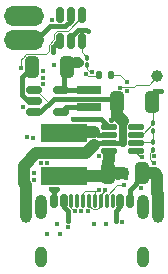
<source format=gbr>
%TF.GenerationSoftware,KiCad,Pcbnew,9.0.1*%
%TF.CreationDate,2025-07-17T15:45:22-04:00*%
%TF.ProjectId,flowstick_main_pcb,666c6f77-7374-4696-936b-5f6d61696e5f,rev?*%
%TF.SameCoordinates,Original*%
%TF.FileFunction,Copper,L4,Bot*%
%TF.FilePolarity,Positive*%
%FSLAX46Y46*%
G04 Gerber Fmt 4.6, Leading zero omitted, Abs format (unit mm)*
G04 Created by KiCad (PCBNEW 9.0.1) date 2025-07-17 15:45:22*
%MOMM*%
%LPD*%
G01*
G04 APERTURE LIST*
G04 Aperture macros list*
%AMRoundRect*
0 Rectangle with rounded corners*
0 $1 Rounding radius*
0 $2 $3 $4 $5 $6 $7 $8 $9 X,Y pos of 4 corners*
0 Add a 4 corners polygon primitive as box body*
4,1,4,$2,$3,$4,$5,$6,$7,$8,$9,$2,$3,0*
0 Add four circle primitives for the rounded corners*
1,1,$1+$1,$2,$3*
1,1,$1+$1,$4,$5*
1,1,$1+$1,$6,$7*
1,1,$1+$1,$8,$9*
0 Add four rect primitives between the rounded corners*
20,1,$1+$1,$2,$3,$4,$5,0*
20,1,$1+$1,$4,$5,$6,$7,0*
20,1,$1+$1,$6,$7,$8,$9,0*
20,1,$1+$1,$8,$9,$2,$3,0*%
G04 Aperture macros list end*
%TA.AperFunction,SMDPad,CuDef*%
%ADD10RoundRect,0.140000X-0.140000X-0.170000X0.140000X-0.170000X0.140000X0.170000X-0.140000X0.170000X0*%
%TD*%
%TA.AperFunction,ComponentPad*%
%ADD11O,3.400000X1.700000*%
%TD*%
%TA.AperFunction,ComponentPad*%
%ADD12C,1.700000*%
%TD*%
%TA.AperFunction,SMDPad,CuDef*%
%ADD13RoundRect,0.150000X-0.512500X-0.150000X0.512500X-0.150000X0.512500X0.150000X-0.512500X0.150000X0*%
%TD*%
%TA.AperFunction,SMDPad,CuDef*%
%ADD14R,4.000000X1.500000*%
%TD*%
%TA.AperFunction,SMDPad,CuDef*%
%ADD15RoundRect,0.100000X0.100000X-0.130000X0.100000X0.130000X-0.100000X0.130000X-0.100000X-0.130000X0*%
%TD*%
%TA.AperFunction,SMDPad,CuDef*%
%ADD16RoundRect,0.100000X-0.100000X0.130000X-0.100000X-0.130000X0.100000X-0.130000X0.100000X0.130000X0*%
%TD*%
%TA.AperFunction,SMDPad,CuDef*%
%ADD17RoundRect,0.125000X-0.537500X-0.125000X0.537500X-0.125000X0.537500X0.125000X-0.537500X0.125000X0*%
%TD*%
%TA.AperFunction,SMDPad,CuDef*%
%ADD18O,1.000000X2.000000*%
%TD*%
%TA.AperFunction,SMDPad,CuDef*%
%ADD19RoundRect,0.150000X-0.150000X0.512500X-0.150000X-0.512500X0.150000X-0.512500X0.150000X0.512500X0*%
%TD*%
%TA.AperFunction,SMDPad,CuDef*%
%ADD20R,2.000000X0.700000*%
%TD*%
%TA.AperFunction,SMDPad,CuDef*%
%ADD21C,1.000000*%
%TD*%
%TA.AperFunction,SMDPad,CuDef*%
%ADD22RoundRect,0.250000X0.325000X0.650000X-0.325000X0.650000X-0.325000X-0.650000X0.325000X-0.650000X0*%
%TD*%
%TA.AperFunction,SMDPad,CuDef*%
%ADD23RoundRect,0.250000X-0.325000X-0.650000X0.325000X-0.650000X0.325000X0.650000X-0.325000X0.650000X0*%
%TD*%
%TA.AperFunction,SMDPad,CuDef*%
%ADD24RoundRect,0.150000X0.150000X0.425000X-0.150000X0.425000X-0.150000X-0.425000X0.150000X-0.425000X0*%
%TD*%
%TA.AperFunction,SMDPad,CuDef*%
%ADD25RoundRect,0.075000X0.075000X0.500000X-0.075000X0.500000X-0.075000X-0.500000X0.075000X-0.500000X0*%
%TD*%
%TA.AperFunction,HeatsinkPad*%
%ADD26O,1.000000X1.800000*%
%TD*%
%TA.AperFunction,HeatsinkPad*%
%ADD27O,1.000000X2.100000*%
%TD*%
%TA.AperFunction,ViaPad*%
%ADD28C,0.420000*%
%TD*%
%TA.AperFunction,Conductor*%
%ADD29C,0.110000*%
%TD*%
%TA.AperFunction,Conductor*%
%ADD30C,0.400000*%
%TD*%
%TA.AperFunction,Conductor*%
%ADD31C,1.000000*%
%TD*%
%TA.AperFunction,Conductor*%
%ADD32C,0.700000*%
%TD*%
G04 APERTURE END LIST*
D10*
%TO.P,C1,2*%
%TO.N,GND*%
X151580000Y-83000000D03*
%TO.P,C1,1*%
%TO.N,+3.3V*%
X150620000Y-83000000D03*
%TD*%
D11*
%TO.P,BT1,1,+*%
%TO.N,+BATT*%
X144250000Y-80000000D03*
D12*
X143500000Y-80000000D03*
D11*
%TO.P,BT1,2,-*%
%TO.N,GND*%
X144250000Y-78000000D03*
D12*
X143500000Y-78000000D03*
%TD*%
D13*
%TO.P,U3,1,Vin*%
%TO.N,+5V*%
X145062500Y-86150000D03*
%TO.P,U3,2,GND*%
%TO.N,GND*%
X145062500Y-85200000D03*
%TO.P,U3,3,EN*%
%TO.N,+5V*%
X145062500Y-84250000D03*
%TO.P,U3,4,FB*%
%TO.N,+3.3V*%
X147337500Y-84250000D03*
%TO.P,U3,5,SW*%
%TO.N,Net-(U3-SW)*%
X147337500Y-86150000D03*
%TD*%
D14*
%TO.P,L3,1,1*%
%TO.N,+BATT*%
X147600000Y-91500000D03*
%TO.P,L3,2,2*%
%TO.N,Net-(U2-SW)*%
X147600000Y-87900000D03*
%TD*%
D15*
%TO.P,R6,1*%
%TO.N,Net-(U2-FB)*%
X155200000Y-87720000D03*
%TO.P,R6,2*%
%TO.N,GND*%
X155200000Y-87080000D03*
%TD*%
D16*
%TO.P,R12,1*%
%TO.N,Net-(U4-ISET)*%
X149600000Y-81500000D03*
%TO.P,R12,2*%
%TO.N,GND*%
X149600000Y-82140000D03*
%TD*%
D17*
%TO.P,U2,1,IN*%
%TO.N,+BATT*%
X151462500Y-89375000D03*
%TO.P,U2,2,OUT*%
%TO.N,+5V*%
X151462500Y-88725000D03*
%TO.P,U2,3,SW*%
%TO.N,Net-(U2-SW)*%
X151462500Y-88075000D03*
%TO.P,U2,4,PGND*%
%TO.N,GND*%
X151462500Y-87425000D03*
%TO.P,U2,5*%
%TO.N,N/C*%
X153737500Y-87425000D03*
%TO.P,U2,6,AGND*%
%TO.N,GND*%
X153737500Y-88075000D03*
%TO.P,U2,7,FB*%
%TO.N,Net-(U2-FB)*%
X153737500Y-88725000D03*
%TO.P,U2,8,EN*%
%TO.N,Net-(D1A-K)*%
X153737500Y-89375000D03*
%TD*%
D18*
%TO.P,J5,1,Pin_1*%
%TO.N,GND*%
X155600000Y-94500000D03*
%TD*%
D19*
%TO.P,U4,1,TS*%
%TO.N,unconnected-(U4-TS-Pad1)*%
X147250000Y-77862500D03*
%TO.P,U4,2,OUT*%
%TO.N,+BATT*%
X148200000Y-77862500D03*
%TO.P,U4,3,~{CHG}*%
%TO.N,/CHG_SENSE*%
X149150000Y-77862500D03*
%TO.P,U4,4,ISET*%
%TO.N,Net-(U4-ISET)*%
X149150000Y-80137500D03*
%TO.P,U4,5,GND*%
%TO.N,GND*%
X148200000Y-80137500D03*
%TO.P,U4,6,VIN*%
%TO.N,VBUS*%
X147250000Y-80137500D03*
%TD*%
D18*
%TO.P,J2,1,Pin_1*%
%TO.N,+5V*%
X144400000Y-94500000D03*
%TD*%
D15*
%TO.P,R5,1*%
%TO.N,+5V*%
X155200000Y-89320000D03*
%TO.P,R5,2*%
%TO.N,Net-(U2-FB)*%
X155200000Y-88680000D03*
%TD*%
D20*
%TO.P,L4,1,1*%
%TO.N,Net-(U3-SW)*%
X149775000Y-85700000D03*
%TO.P,L4,2,2*%
%TO.N,+3.3V*%
X149775000Y-84250000D03*
%TD*%
D21*
%TO.P,TP1,1,1*%
%TO.N,Net-(U1-GPIO0)*%
X155500000Y-83100000D03*
%TD*%
D22*
%TO.P,C12,1*%
%TO.N,+3.3V*%
X147875000Y-82300000D03*
%TO.P,C12,2*%
%TO.N,GND*%
X144925000Y-82300000D03*
%TD*%
D23*
%TO.P,C10,1*%
%TO.N,+5V*%
X152100000Y-85300000D03*
%TO.P,C10,2*%
%TO.N,GND*%
X155050000Y-85300000D03*
%TD*%
%TO.P,C9,1*%
%TO.N,+BATT*%
X151325000Y-91300000D03*
%TO.P,C9,2*%
%TO.N,GND*%
X154275000Y-91300000D03*
%TD*%
D24*
%TO.P,J1,A1,GND*%
%TO.N,GND*%
X153200000Y-93620000D03*
%TO.P,J1,A4,VBUS*%
%TO.N,VBUS*%
X152400000Y-93620000D03*
D25*
%TO.P,J1,A5,CC1*%
%TO.N,Net-(J1-CC1)*%
X151250000Y-93620000D03*
%TO.P,J1,A6,D+*%
%TO.N,/USBDP*%
X150250000Y-93620000D03*
%TO.P,J1,A7,D-*%
%TO.N,/USBDM*%
X149750000Y-93620000D03*
%TO.P,J1,A8,SBU1*%
%TO.N,unconnected-(J1-SBU1-PadA8)*%
X148750000Y-93620000D03*
D24*
%TO.P,J1,A9,VBUS*%
%TO.N,VBUS*%
X147600000Y-93620000D03*
%TO.P,J1,A12,GND*%
%TO.N,GND*%
X146800000Y-93620000D03*
%TO.P,J1,B1,GND*%
X146800000Y-93620000D03*
%TO.P,J1,B4,VBUS*%
%TO.N,VBUS*%
X147600000Y-93620000D03*
D25*
%TO.P,J1,B5,CC2*%
%TO.N,Net-(J1-CC2)*%
X148250000Y-93620000D03*
%TO.P,J1,B6,D+*%
%TO.N,/USBDP*%
X149250000Y-93620000D03*
%TO.P,J1,B7,D-*%
%TO.N,/USBDM*%
X150750000Y-93620000D03*
%TO.P,J1,B8,SBU2*%
%TO.N,unconnected-(J1-SBU2-PadB8)*%
X151750000Y-93620000D03*
D24*
%TO.P,J1,B9,VBUS*%
%TO.N,VBUS*%
X152400000Y-93620000D03*
%TO.P,J1,B12,GND*%
%TO.N,GND*%
X153200000Y-93620000D03*
D26*
%TO.P,J1,S1,SHIELD*%
%TO.N,unconnected-(J1-SHIELD-PadS1)_1*%
X154320000Y-98375000D03*
D27*
%TO.N,unconnected-(J1-SHIELD-PadS1)_3*%
X154320000Y-94195000D03*
D26*
%TO.N,unconnected-(J1-SHIELD-PadS1)_2*%
X145680000Y-98375000D03*
D27*
%TO.N,unconnected-(J1-SHIELD-PadS1)*%
X145680000Y-94195000D03*
%TD*%
D28*
%TO.N,Net-(D1A-K)*%
X146800000Y-82100000D03*
%TO.N,Net-(U1-GPIO0)*%
X152400000Y-84080000D03*
%TO.N,+3.3V*%
X149500000Y-82925000D03*
%TO.N,GND*%
X150000000Y-82725000D03*
X149630143Y-79286386D03*
X149098341Y-94507490D03*
X155200000Y-92500000D03*
X155300000Y-84300000D03*
X155800000Y-84300000D03*
X144100000Y-83900000D03*
X147069668Y-92600000D03*
X149200000Y-86700000D03*
X144100000Y-83200000D03*
X155270000Y-89870000D03*
X144500000Y-88200000D03*
X149900000Y-86700000D03*
X155200000Y-91000000D03*
X150200000Y-95600000D03*
X150700000Y-86700000D03*
X146515780Y-92600000D03*
X152950000Y-83601000D03*
X155200000Y-91500000D03*
X152519711Y-95403942D03*
X155200000Y-93000000D03*
X154897859Y-85915610D03*
X155200000Y-92000000D03*
X144100000Y-84600000D03*
X148400000Y-86700000D03*
X155399297Y-85900979D03*
%TO.N,+BATT*%
X152200000Y-91700000D03*
X152900000Y-91700000D03*
X152200000Y-91000000D03*
X147300000Y-96400000D03*
X152900000Y-91000000D03*
X152550000Y-91350000D03*
%TO.N,+3.3V*%
X149628319Y-94512579D03*
X148650000Y-82150000D03*
X150600000Y-89880000D03*
X149089316Y-81900000D03*
X148650000Y-81600000D03*
X153000000Y-84351000D03*
X146200000Y-90429998D03*
X151200000Y-95600000D03*
X144164430Y-85700000D03*
%TO.N,+5V*%
X151600000Y-86800000D03*
X155251605Y-90417313D03*
%TO.N,Net-(D1A-K)*%
X146630000Y-78328875D03*
X154199064Y-89896464D03*
%TO.N,/VREF*%
X145880000Y-83200000D03*
X147016042Y-95577958D03*
%TO.N,/BATT_MEASURE*%
X145880000Y-83739572D03*
X146200000Y-96400000D03*
%TO.N,/BATT_MEASURE_EN*%
X145019711Y-88303942D03*
X145669997Y-90429998D03*
%TO.N,/BUTTON*%
X148000000Y-95830003D03*
%TO.N,VBUS*%
X148000000Y-94800000D03*
X148000000Y-95300000D03*
X152000000Y-94800000D03*
X154110391Y-92525000D03*
X152000000Y-95300000D03*
X146709000Y-80590166D03*
X146700000Y-81050000D03*
%TO.N,/USBDM*%
X145101689Y-91829113D03*
X151125749Y-92727751D03*
%TO.N,Net-(J1-CC2)*%
X148518942Y-94484457D03*
%TO.N,Net-(J1-CC1)*%
X152700000Y-92300000D03*
%TO.N,/USBDP*%
X150595774Y-92733021D03*
X145071000Y-91300000D03*
%TO.N,/CHG_SENSE*%
X144030000Y-82400000D03*
%TO.N,/BUTTON*%
X145820000Y-82673405D03*
%TD*%
D29*
%TO.N,+5V*%
X155251605Y-90417313D02*
X155234292Y-90400000D01*
X155234292Y-90400000D02*
X155200000Y-90400000D01*
X155200000Y-90400000D02*
X154894000Y-90094000D01*
X154894000Y-90094000D02*
X154894000Y-89626000D01*
X154894000Y-89626000D02*
X155200000Y-89320000D01*
D30*
%TO.N,VBUS*%
X146700000Y-81050834D02*
X146700000Y-80600000D01*
X147250000Y-80137500D02*
X147161666Y-80137500D01*
X147161666Y-80137500D02*
X146709000Y-80590166D01*
X146700000Y-80599166D02*
X147161666Y-80137500D01*
%TO.N,+BATT*%
X148200000Y-77862500D02*
X148200000Y-78400000D01*
X145300000Y-80000000D02*
X145000000Y-80000000D01*
X148200000Y-78400000D02*
X147750000Y-78850000D01*
X147750000Y-78850000D02*
X146450000Y-78850000D01*
X146450000Y-78850000D02*
X145300000Y-80000000D01*
%TO.N,GND*%
X149630143Y-79286386D02*
X149507757Y-79164000D01*
X149507757Y-79164000D02*
X148804890Y-79164000D01*
X148804890Y-79164000D02*
X148200000Y-79768890D01*
X148200000Y-79768890D02*
X148200000Y-80137500D01*
D29*
%TO.N,+5V*%
X145062500Y-84250000D02*
X145250000Y-84250000D01*
X145250000Y-84250000D02*
X146384445Y-85384445D01*
X146384445Y-85384445D02*
X146768890Y-85000000D01*
%TO.N,GND*%
X151580000Y-83000000D02*
X152349000Y-83000000D01*
X152349000Y-83000000D02*
X152950000Y-83601000D01*
%TO.N,+3.3V*%
X150620000Y-83000000D02*
X150520000Y-83100000D01*
X150520000Y-83100000D02*
X149675000Y-83100000D01*
X149675000Y-83100000D02*
X149500000Y-82925000D01*
%TO.N,GND*%
X149999391Y-82724391D02*
X149849391Y-82724391D01*
X150000000Y-82725000D02*
X149999391Y-82724391D01*
X149849391Y-82724391D02*
X149600000Y-82475000D01*
X149600000Y-82475000D02*
X149600000Y-82140000D01*
D30*
%TO.N,+3.3V*%
X147600000Y-82900000D02*
X147600000Y-83987500D01*
%TO.N,+5V*%
X145618890Y-86150000D02*
X146768890Y-85000000D01*
D29*
%TO.N,Net-(U1-GPIO0)*%
X153524000Y-83976000D02*
X153700000Y-83800000D01*
X153700000Y-83800000D02*
X154800000Y-83800000D01*
X152498997Y-83976000D02*
X153524000Y-83976000D01*
X152394997Y-84080000D02*
X152498997Y-83976000D01*
X154800000Y-83800000D02*
X155500000Y-83100000D01*
D31*
%TO.N,GND*%
X155500000Y-92951000D02*
X155600000Y-93051000D01*
D30*
X147069668Y-92600000D02*
X146792724Y-92876944D01*
X155050000Y-85300000D02*
X155050000Y-84550000D01*
D29*
X153737500Y-88075000D02*
X154205000Y-88075000D01*
D31*
X154275000Y-91300000D02*
X155300000Y-91300000D01*
D30*
X144925000Y-82300000D02*
X144089000Y-83136000D01*
D29*
X155200000Y-87080000D02*
X155200000Y-86000000D01*
D31*
X155600000Y-93051000D02*
X155600000Y-94249000D01*
D30*
X155050000Y-85551682D02*
X155399297Y-85900979D01*
X145062500Y-85200000D02*
X144600000Y-85200000D01*
X154275000Y-91625000D02*
X154275000Y-91300000D01*
X144089000Y-83136000D02*
X144089000Y-84689000D01*
X151462500Y-87425000D02*
X150737500Y-86700000D01*
X155300000Y-84300000D02*
X155800000Y-84300000D01*
D31*
X155300000Y-91300000D02*
X155500000Y-91500000D01*
D30*
X155050000Y-85300000D02*
X155050000Y-85763469D01*
X155050000Y-85700000D02*
X155050000Y-85300000D01*
X154897859Y-85915610D02*
X155284390Y-85915610D01*
X144089000Y-84689000D02*
X144100000Y-84700000D01*
X145062500Y-85200000D02*
X144684115Y-85200000D01*
X146792724Y-93612724D02*
X146800000Y-93620000D01*
X153200000Y-92700000D02*
X154275000Y-91625000D01*
X155284390Y-85915610D02*
X155300000Y-85900000D01*
X147069668Y-92600000D02*
X146515780Y-92600000D01*
X146515780Y-92600000D02*
X146792724Y-92876944D01*
D31*
X155500000Y-91500000D02*
X155500000Y-92951000D01*
D30*
X155050000Y-84550000D02*
X155300000Y-84300000D01*
X155050000Y-85300000D02*
X155050000Y-85551682D01*
X153200000Y-93620000D02*
X153200000Y-92700000D01*
X150737500Y-86700000D02*
X148400000Y-86700000D01*
D29*
X155200000Y-86000000D02*
X155300000Y-85900000D01*
D30*
X155050000Y-85763469D02*
X154897859Y-85915610D01*
X146792724Y-92876944D02*
X146792724Y-93612724D01*
D29*
X154205000Y-88075000D02*
X155200000Y-87080000D01*
D30*
X144600000Y-85200000D02*
X144100000Y-84700000D01*
D31*
%TO.N,+BATT*%
X151325000Y-91300000D02*
X151125000Y-91500000D01*
X151462500Y-90187500D02*
X151462500Y-89800000D01*
D30*
X151462500Y-90178570D02*
X151320535Y-90320535D01*
D31*
X151125000Y-91500000D02*
X147600000Y-91500000D01*
X152600000Y-91300000D02*
X151325000Y-91300000D01*
D30*
X151462500Y-89375000D02*
X151462500Y-90178570D01*
D31*
X151325000Y-90325000D02*
X151462500Y-90187500D01*
X151325000Y-91300000D02*
X151325000Y-90325000D01*
D30*
%TO.N,+3.3V*%
X148253202Y-81921798D02*
X147875000Y-82300000D01*
X148650000Y-81600000D02*
X148789316Y-81600000D01*
X149775000Y-84250000D02*
X147337500Y-84250000D01*
X148700000Y-82170000D02*
X148005000Y-82170000D01*
X147875000Y-82625000D02*
X147600000Y-82900000D01*
X148005000Y-82170000D02*
X147875000Y-82300000D01*
X147875000Y-82300000D02*
X147875000Y-82625000D01*
X148650000Y-81600000D02*
X148575000Y-81600000D01*
X148789316Y-81600000D02*
X149089316Y-81900000D01*
X147600000Y-83987500D02*
X147337500Y-84250000D01*
X148700000Y-82170000D02*
X148841114Y-82170000D01*
X149089316Y-81921798D02*
X148253202Y-81921798D01*
X148841114Y-82170000D02*
X149089316Y-81921798D01*
X148575000Y-81600000D02*
X147875000Y-82300000D01*
%TO.N,+5V*%
X150375000Y-88725000D02*
X151462500Y-88725000D01*
X152100000Y-86300000D02*
X151600000Y-86800000D01*
D31*
X144400000Y-92300000D02*
X144400000Y-94249000D01*
D30*
X152600000Y-88700000D02*
X152124999Y-88725000D01*
D32*
X152600000Y-88700000D02*
X152600000Y-87000000D01*
D29*
X144000000Y-94500000D02*
X144251000Y-94249000D01*
D31*
X150200000Y-88930676D02*
X149530676Y-89600000D01*
X145300000Y-89600000D02*
X144251000Y-90649000D01*
D30*
X152124999Y-88725000D02*
X151462500Y-88725000D01*
X145062500Y-86150000D02*
X145618890Y-86150000D01*
D31*
X152100000Y-85300000D02*
X152100000Y-86355676D01*
X144251000Y-92151000D02*
X144400000Y-92300000D01*
X144251000Y-90649000D02*
X144251000Y-92151000D01*
D30*
X152100000Y-85300000D02*
X152100000Y-86300000D01*
X150200000Y-88900000D02*
X150375000Y-88725000D01*
D31*
X149530676Y-89600000D02*
X145300000Y-89600000D01*
X152100000Y-86355676D02*
X152600000Y-86855676D01*
D29*
%TO.N,Net-(D1A-K)*%
X154199064Y-89896464D02*
X154096464Y-89896464D01*
X153737500Y-89537500D02*
X153737500Y-89375000D01*
X154096464Y-89896464D02*
X153737500Y-89537500D01*
D30*
%TO.N,VBUS*%
X152400000Y-94092964D02*
X152000000Y-94492964D01*
X148000000Y-94517602D02*
X148000000Y-94800000D01*
X147600000Y-93620000D02*
X147600000Y-94117602D01*
X152000000Y-94800000D02*
X152000000Y-95300000D01*
X148000000Y-94800000D02*
X148000000Y-95300000D01*
X152000000Y-94492964D02*
X152000000Y-94800000D01*
X147600000Y-94117602D02*
X148000000Y-94517602D01*
X152400000Y-93620000D02*
X152400000Y-94092964D01*
D29*
%TO.N,/USBDM*%
X149750000Y-93620000D02*
X149750000Y-94050000D01*
X150426904Y-94361000D02*
X150750000Y-94037904D01*
X150750000Y-94037904D02*
X150750000Y-93620000D01*
X150750000Y-93110540D02*
X151125749Y-92734791D01*
X149750000Y-94050000D02*
X150061000Y-94361000D01*
X151125749Y-92734791D02*
X151125749Y-92727751D01*
X150061000Y-94361000D02*
X150426904Y-94361000D01*
X150750000Y-93620000D02*
X150750000Y-93110540D01*
%TO.N,Net-(J1-CC2)*%
X148518942Y-94484457D02*
X148484457Y-94484457D01*
X148484457Y-94484457D02*
X148250000Y-94250000D01*
X148250000Y-94250000D02*
X148250000Y-93620000D01*
%TO.N,Net-(J1-CC1)*%
X152152096Y-92300000D02*
X151250000Y-93202096D01*
X151250000Y-93202096D02*
X151250000Y-93620000D01*
X152700000Y-92300000D02*
X152152096Y-92300000D01*
%TO.N,/USBDP*%
X150100000Y-92800000D02*
X150528795Y-92800000D01*
X149250000Y-93620000D02*
X149250000Y-92950000D01*
X149250000Y-92950000D02*
X149400000Y-92800000D01*
X150528795Y-92800000D02*
X150595774Y-92733021D01*
X150100000Y-92800000D02*
X150250000Y-92800000D01*
X149400000Y-92800000D02*
X150100000Y-92800000D01*
X150250000Y-92800000D02*
X150250000Y-93620000D01*
D31*
%TO.N,Net-(U2-SW)*%
X147711000Y-87789000D02*
X150189000Y-87789000D01*
D30*
X151462500Y-88075000D02*
X150475000Y-88075000D01*
X150475000Y-88075000D02*
X150189000Y-87789000D01*
D31*
X147600000Y-87900000D02*
X147711000Y-87789000D01*
D30*
%TO.N,Net-(U3-SW)*%
X147787500Y-85700000D02*
X149775000Y-85700000D01*
X147337500Y-86150000D02*
X147787500Y-85700000D01*
D29*
%TO.N,Net-(U2-FB)*%
X155200000Y-88680000D02*
X155200000Y-87720000D01*
X154225000Y-88725000D02*
X154270000Y-88680000D01*
X154270000Y-88680000D02*
X155200000Y-88680000D01*
X153737500Y-88725000D02*
X154225000Y-88725000D01*
%TO.N,Net-(U4-ISET)*%
X149600000Y-81500000D02*
X149150000Y-81050000D01*
X149150000Y-81050000D02*
X149150000Y-80137500D01*
D30*
%TO.N,+5V*%
X152100000Y-85300000D02*
X151800000Y-85000000D01*
X151800000Y-85000000D02*
X146768890Y-85000000D01*
D29*
%TO.N,/CHG_SENSE*%
X147057952Y-79216000D02*
X147960048Y-79216000D01*
X147960048Y-79216000D02*
X149150000Y-78026048D01*
X146784000Y-79489952D02*
X147057952Y-79216000D01*
X146324000Y-80976000D02*
X146324000Y-80744255D01*
X146784000Y-79966000D02*
X146784000Y-79489952D01*
X146334000Y-80416000D02*
X146784000Y-79966000D01*
X144446000Y-81204000D02*
X146096000Y-81204000D01*
X146334000Y-80734255D02*
X146334000Y-80416000D01*
X144150000Y-81500000D02*
X144446000Y-81204000D01*
X144030000Y-81624760D02*
X144150000Y-81504760D01*
X146324000Y-80744255D02*
X146334000Y-80734255D01*
X144150000Y-81504760D02*
X144150000Y-81500000D01*
X144030000Y-82400000D02*
X144030000Y-81624760D01*
X146096000Y-81204000D02*
X146324000Y-80976000D01*
X149150000Y-78026048D02*
X149150000Y-77862500D01*
%TD*%
M02*

</source>
